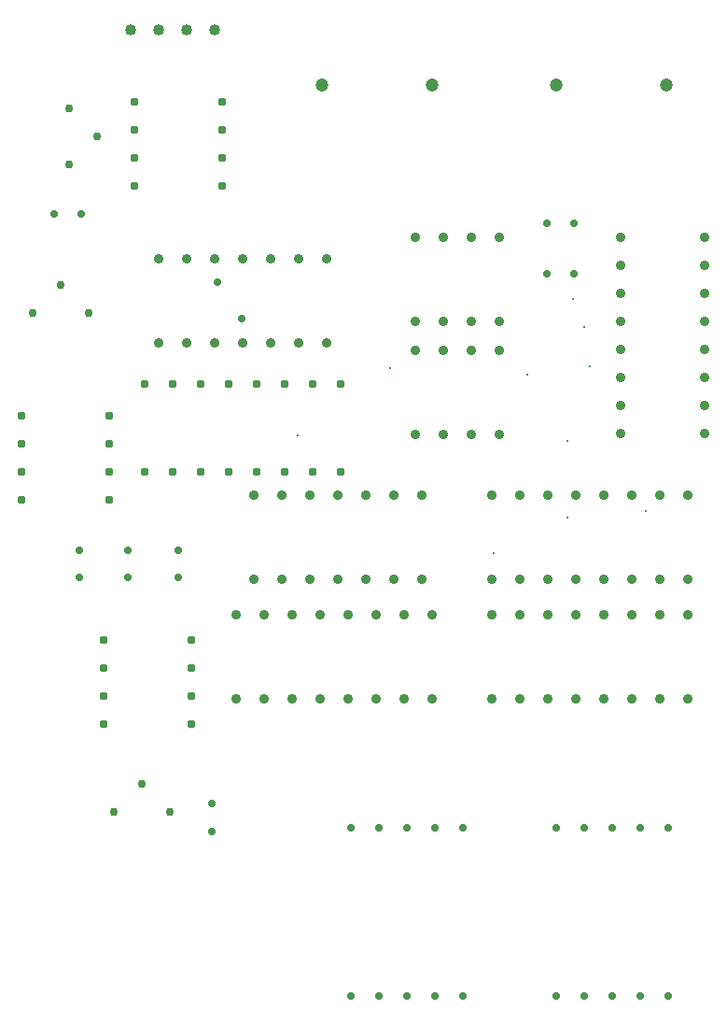
<source format=gbr>
%TF.GenerationSoftware,Altium Limited,Altium Designer,23.5.1 (21)*%
G04 Layer_Color=0*
%FSLAX45Y45*%
%MOMM*%
%TF.SameCoordinates,7ECB1A03-3DEC-426C-BD6E-5A7E68E82EE6*%
%TF.FilePolarity,Positive*%
%TF.FileFunction,Plated,1,2,PTH,Drill*%
%TF.Part,Single*%
G01*
G75*
%TA.AperFunction,ComponentDrill*%
%ADD62C,0.90000*%
%ADD63C,0.78000*%
%ADD64C,0.78000*%
%ADD65C,0.71000*%
%ADD66C,0.70000*%
%ADD67C,0.75000*%
%ADD68C,0.75000*%
%ADD69C,0.90000*%
%ADD70C,0.70000*%
%ADD71C,1.02000*%
%ADD72C,1.20000*%
%TA.AperFunction,ViaDrill,NotFilled*%
%ADD73C,0.30000*%
%ADD74C,0.71120*%
D62*
X6400800Y3860800D02*
D03*
X6146800D02*
D03*
X5892800D02*
D03*
X5638800D02*
D03*
X5384800D02*
D03*
X5130800D02*
D03*
X4876800D02*
D03*
X4622800D02*
D03*
X6400800Y3098800D02*
D03*
X6146800D02*
D03*
X5892800D02*
D03*
X5638800D02*
D03*
X5384800D02*
D03*
X5130800D02*
D03*
X4876800D02*
D03*
X4622800D02*
D03*
X3987800Y4178300D02*
D03*
X3733800D02*
D03*
X3479800D02*
D03*
X3225800D02*
D03*
X2971800D02*
D03*
X2717800D02*
D03*
X2463800D02*
D03*
X3987800Y4940300D02*
D03*
X3733800D02*
D03*
X3479800D02*
D03*
X3225800D02*
D03*
X2971800D02*
D03*
X2717800D02*
D03*
X2463800D02*
D03*
X4076700Y3860800D02*
D03*
X3822700D02*
D03*
X3568700D02*
D03*
X3314700D02*
D03*
X3060700D02*
D03*
X2806700D02*
D03*
X2552700D02*
D03*
X2298700D02*
D03*
X4076700Y3098800D02*
D03*
X3822700D02*
D03*
X3568700D02*
D03*
X3314700D02*
D03*
X3060700D02*
D03*
X2806700D02*
D03*
X2552700D02*
D03*
X2298700D02*
D03*
X3124200Y7086600D02*
D03*
X2870200D02*
D03*
X2616200D02*
D03*
X2362200D02*
D03*
X2108200D02*
D03*
X1854200D02*
D03*
X1600200D02*
D03*
X3124200Y6324600D02*
D03*
X2870200D02*
D03*
X2616200D02*
D03*
X2362200D02*
D03*
X2108200D02*
D03*
X1854200D02*
D03*
X1600200D02*
D03*
X6400800Y4940300D02*
D03*
X6146800D02*
D03*
X5892800D02*
D03*
X5638800D02*
D03*
X5384800D02*
D03*
X5130800D02*
D03*
X4876800D02*
D03*
X4622800D02*
D03*
X6400800Y4178300D02*
D03*
X6146800D02*
D03*
X5892800D02*
D03*
X5638800D02*
D03*
X5384800D02*
D03*
X5130800D02*
D03*
X4876800D02*
D03*
X4622800D02*
D03*
X4686300Y6258225D02*
D03*
X4432300D02*
D03*
X4178300D02*
D03*
X3924300D02*
D03*
X4686300Y5496225D02*
D03*
X4432300D02*
D03*
X4178300D02*
D03*
X3924300D02*
D03*
Y6515100D02*
D03*
X4178300D02*
D03*
X4432300D02*
D03*
X4686300D02*
D03*
X3924300Y7277100D02*
D03*
X4178300D02*
D03*
X4432300D02*
D03*
X4686300D02*
D03*
D63*
X3246700Y5156200D02*
D03*
X2992700D02*
D03*
X2738700D02*
D03*
X2484700D02*
D03*
X2230700D02*
D03*
X1976700D02*
D03*
X1722700D02*
D03*
X1468700D02*
D03*
Y5950200D02*
D03*
X1722700D02*
D03*
X1976700D02*
D03*
X2230700D02*
D03*
X2484700D02*
D03*
X2738700D02*
D03*
X2992700D02*
D03*
X3246700D02*
D03*
D64*
X355600Y4902200D02*
D03*
Y5156200D02*
D03*
Y5410200D02*
D03*
Y5664200D02*
D03*
X1149600D02*
D03*
Y5410200D02*
D03*
Y5156200D02*
D03*
Y4902200D02*
D03*
X1892300Y3632200D02*
D03*
Y3378200D02*
D03*
Y3124200D02*
D03*
Y2870200D02*
D03*
X1098300D02*
D03*
Y3124200D02*
D03*
Y3378200D02*
D03*
Y3632200D02*
D03*
X1381000Y7747000D02*
D03*
Y8001000D02*
D03*
Y8255000D02*
D03*
Y8509000D02*
D03*
X2175000D02*
D03*
Y8255000D02*
D03*
Y8001000D02*
D03*
Y7747000D02*
D03*
D65*
X3340100Y406400D02*
D03*
X3594100D02*
D03*
X3848100D02*
D03*
X4102100D02*
D03*
X4356100D02*
D03*
Y1930400D02*
D03*
X4102100D02*
D03*
X3848100D02*
D03*
X3594100D02*
D03*
X3340100D02*
D03*
X5207000Y406400D02*
D03*
X5461000D02*
D03*
X5715000D02*
D03*
X5969000D02*
D03*
X6223000D02*
D03*
Y1930400D02*
D03*
X5969000D02*
D03*
X5715000D02*
D03*
X5461000D02*
D03*
X5207000D02*
D03*
D66*
X2082800Y1896300D02*
D03*
Y2146300D02*
D03*
X1778000Y4195000D02*
D03*
Y4445000D02*
D03*
X1320800Y4195000D02*
D03*
Y4445000D02*
D03*
X876300Y4195000D02*
D03*
Y4445000D02*
D03*
D67*
X965200Y6591300D02*
D03*
X711200Y6845300D02*
D03*
X457200Y6591300D02*
D03*
X1701800Y2070100D02*
D03*
X1447800Y2324100D02*
D03*
X1193800Y2070100D02*
D03*
D68*
X787400Y7937500D02*
D03*
X1041400Y8191500D02*
D03*
X787400Y8445500D02*
D03*
D69*
X5791200Y7277100D02*
D03*
Y7023100D02*
D03*
Y6769100D02*
D03*
Y6515100D02*
D03*
Y6261100D02*
D03*
Y6007100D02*
D03*
Y5753100D02*
D03*
Y5499100D02*
D03*
X6553200Y7277100D02*
D03*
Y7023100D02*
D03*
Y6769100D02*
D03*
Y6515100D02*
D03*
Y6261100D02*
D03*
Y6007100D02*
D03*
Y5753100D02*
D03*
Y5499100D02*
D03*
D70*
X5370100Y7404100D02*
D03*
X5120100D02*
D03*
X5370100Y6946900D02*
D03*
X5120100D02*
D03*
X649700Y7493000D02*
D03*
X899700D02*
D03*
D71*
X1600200Y9156700D02*
D03*
X1346200D02*
D03*
X1854200D02*
D03*
X2108200D02*
D03*
D72*
X4076700Y8661400D02*
D03*
X3076700D02*
D03*
X6202300D02*
D03*
X5202300D02*
D03*
D73*
X5308600Y5435600D02*
D03*
X2857500Y5486400D02*
D03*
X5359400Y6718300D02*
D03*
X5461000Y6464300D02*
D03*
X5511800Y6108700D02*
D03*
X3695700Y6096000D02*
D03*
X4635500Y4419600D02*
D03*
X5308600Y4737100D02*
D03*
X6019800Y4800600D02*
D03*
X4940300Y6032500D02*
D03*
D74*
X2133600Y6870700D02*
D03*
X2349500Y6540500D02*
D03*
%TF.MD5,89a5ae45ee5701ba21a5d2e56188b6ac*%
M02*

</source>
